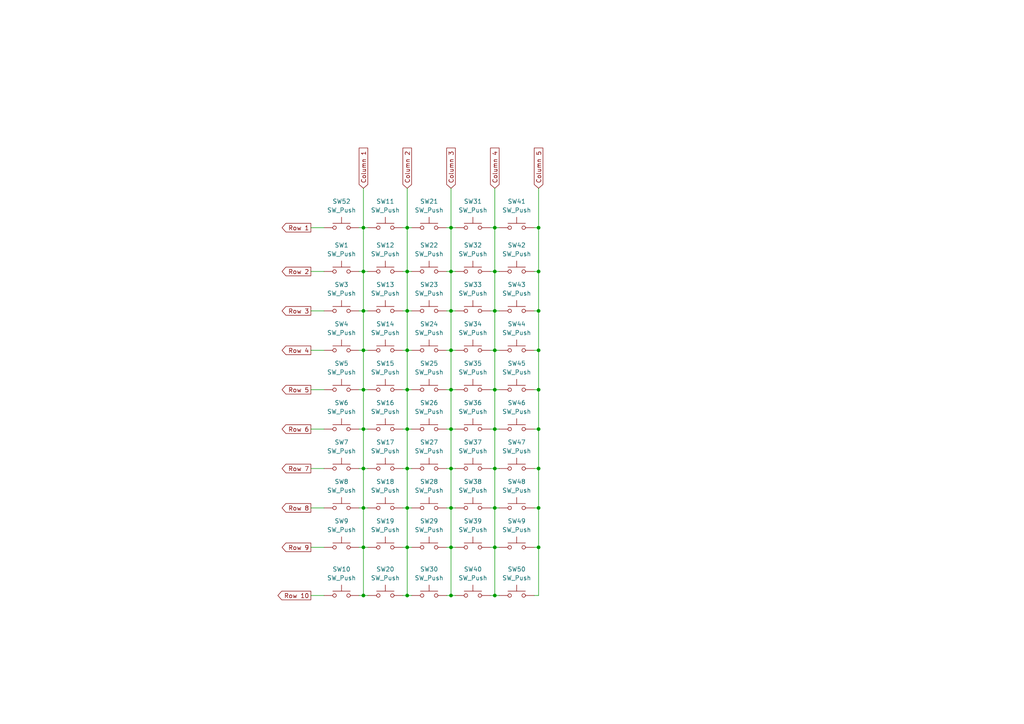
<source format=kicad_sch>
(kicad_sch (version 20250114) (generator "eeschema") (generator_version "9.0")
  (paper "A4")
  (lib_symbols
    (symbol "Switch:SW_Push" (pin_numbers (hide yes)) (pin_names (offset 1.016) (hide yes))
      (property "Reference" "SW" (at 1.27 2.54 0))
      (property "Value" "SW_Push" (at 0 -1.524 0))
      (symbol "SW_Push_0_1"
        (circle (center -2.032 0) (radius 0.508))
        (polyline (pts (xy 0 1.27) (xy 0 3.048)))
        (circle (center 2.032 0) (radius 0.508))
        (polyline (pts (xy 2.54 1.27) (xy -2.54 1.27)))
        (pin passive line (at -5.08 0 0) (length 2.54) (name "1") (number "1"))
        (pin passive line (at 5.08 0 180) (length 2.54) (name "2") (number "2"))
      )
    )
  )
  (junction (at 156.21 78.74))
  (junction (at 130.81 113.03))
  (junction (at 130.81 78.74))
  (junction (at 105.41 124.46))
  (junction (at 105.41 172.72))
  (junction (at 143.51 66.04))
  (junction (at 143.51 158.75))
  (junction (at 105.41 66.04))
  (junction (at 130.81 101.6))
  (junction (at 130.81 158.75))
  (junction (at 118.11 101.6))
  (junction (at 118.11 158.75))
  (junction (at 105.41 90.17))
  (junction (at 143.51 113.03))
  (junction (at 118.11 147.32))
  (junction (at 130.81 66.04))
  (junction (at 156.21 135.89))
  (junction (at 156.21 90.17))
  (junction (at 156.21 158.75))
  (junction (at 118.11 124.46))
  (junction (at 143.51 78.74))
  (junction (at 130.81 172.72))
  (junction (at 105.41 101.6))
  (junction (at 105.41 135.89))
  (junction (at 143.51 101.6))
  (junction (at 118.11 90.17))
  (junction (at 156.21 147.32))
  (junction (at 118.11 113.03))
  (junction (at 118.11 135.89))
  (junction (at 143.51 90.17))
  (junction (at 156.21 124.46))
  (junction (at 143.51 172.72))
  (junction (at 143.51 124.46))
  (junction (at 130.81 90.17))
  (junction (at 156.21 113.03))
  (junction (at 118.11 172.72))
  (junction (at 143.51 147.32))
  (junction (at 118.11 66.04))
  (junction (at 118.11 78.74))
  (junction (at 105.41 78.74))
  (junction (at 130.81 147.32))
  (junction (at 130.81 135.89))
  (junction (at 143.51 135.89))
  (junction (at 156.21 66.04))
  (junction (at 130.81 124.46))
  (junction (at 105.41 158.75))
  (junction (at 105.41 147.32))
  (junction (at 105.41 113.03))
  (junction (at 156.21 101.6))
  (wire (pts (xy 142.24 158.75) (xy 143.51 158.75)))
  (wire (pts (xy 129.54 147.32) (xy 130.81 147.32)))
  (wire (pts (xy 143.51 113.03) (xy 143.51 124.46)))
  (wire (pts (xy 118.11 78.74) (xy 118.11 90.17)))
  (wire (pts (xy 143.51 135.89) (xy 144.78 135.89)))
  (wire (pts (xy 116.84 78.74) (xy 118.11 78.74)))
  (wire (pts (xy 105.41 101.6) (xy 105.41 113.03)))
  (wire (pts (xy 156.21 172.72) (xy 154.94 172.72)))
  (wire (pts (xy 143.51 90.17) (xy 144.78 90.17)))
  (wire (pts (xy 118.11 101.6) (xy 119.38 101.6)))
  (wire (pts (xy 129.54 113.03) (xy 130.81 113.03)))
  (wire (pts (xy 118.11 135.89) (xy 119.38 135.89)))
  (wire (pts (xy 130.81 113.03) (xy 130.81 124.46)))
  (wire (pts (xy 156.21 90.17) (xy 156.21 101.6)))
  (wire (pts (xy 156.21 101.6) (xy 156.21 113.03)))
  (wire (pts (xy 90.17 90.17) (xy 93.98 90.17)))
  (wire (pts (xy 105.41 135.89) (xy 106.68 135.89)))
  (wire (pts (xy 105.41 147.32) (xy 106.68 147.32)))
  (wire (pts (xy 130.81 54.61) (xy 130.81 66.04)))
  (wire (pts (xy 116.84 66.04) (xy 118.11 66.04)))
  (wire (pts (xy 156.21 135.89) (xy 156.21 147.32)))
  (wire (pts (xy 105.41 66.04) (xy 106.68 66.04)))
  (wire (pts (xy 116.84 101.6) (xy 118.11 101.6)))
  (wire (pts (xy 105.41 124.46) (xy 105.41 135.89)))
  (wire (pts (xy 118.11 158.75) (xy 119.38 158.75)))
  (wire (pts (xy 143.51 158.75) (xy 143.51 172.72)))
  (wire (pts (xy 143.51 147.32) (xy 143.51 158.75)))
  (wire (pts (xy 156.21 54.61) (xy 156.21 66.04)))
  (wire (pts (xy 116.84 124.46) (xy 118.11 124.46)))
  (wire (pts (xy 90.17 158.75) (xy 93.98 158.75)))
  (wire (pts (xy 142.24 147.32) (xy 143.51 147.32)))
  (wire (pts (xy 118.11 66.04) (xy 118.11 78.74)))
  (wire (pts (xy 143.51 124.46) (xy 143.51 135.89)))
  (wire (pts (xy 116.84 90.17) (xy 118.11 90.17)))
  (wire (pts (xy 156.21 147.32) (xy 156.21 158.75)))
  (wire (pts (xy 156.21 124.46) (xy 156.21 135.89)))
  (wire (pts (xy 142.24 124.46) (xy 143.51 124.46)))
  (wire (pts (xy 130.81 101.6) (xy 130.81 113.03)))
  (wire (pts (xy 105.41 101.6) (xy 106.68 101.6)))
  (wire (pts (xy 104.14 66.04) (xy 105.41 66.04)))
  (wire (pts (xy 118.11 158.75) (xy 118.11 172.72)))
  (wire (pts (xy 129.54 158.75) (xy 130.81 158.75)))
  (wire (pts (xy 104.14 90.17) (xy 105.41 90.17)))
  (wire (pts (xy 143.51 113.03) (xy 144.78 113.03)))
  (wire (pts (xy 143.51 66.04) (xy 144.78 66.04)))
  (wire (pts (xy 105.41 113.03) (xy 105.41 124.46)))
  (wire (pts (xy 156.21 66.04) (xy 156.21 78.74)))
  (wire (pts (xy 118.11 172.72) (xy 119.38 172.72)))
  (wire (pts (xy 105.41 147.32) (xy 105.41 158.75)))
  (wire (pts (xy 156.21 158.75) (xy 154.94 158.75)))
  (wire (pts (xy 129.54 172.72) (xy 130.81 172.72)))
  (wire (pts (xy 130.81 113.03) (xy 132.08 113.03)))
  (wire (pts (xy 156.21 147.32) (xy 154.94 147.32)))
  (wire (pts (xy 105.41 135.89) (xy 105.41 147.32)))
  (wire (pts (xy 143.51 158.75) (xy 144.78 158.75)))
  (wire (pts (xy 143.51 78.74) (xy 144.78 78.74)))
  (wire (pts (xy 142.24 78.74) (xy 143.51 78.74)))
  (wire (pts (xy 143.51 66.04) (xy 143.51 78.74)))
  (wire (pts (xy 105.41 90.17) (xy 105.41 101.6)))
  (wire (pts (xy 116.84 113.03) (xy 118.11 113.03)))
  (wire (pts (xy 105.41 90.17) (xy 106.68 90.17)))
  (wire (pts (xy 142.24 135.89) (xy 143.51 135.89)))
  (wire (pts (xy 143.51 147.32) (xy 144.78 147.32)))
  (wire (pts (xy 156.21 113.03) (xy 156.21 124.46)))
  (wire (pts (xy 90.17 113.03) (xy 93.98 113.03)))
  (wire (pts (xy 104.14 113.03) (xy 105.41 113.03)))
  (wire (pts (xy 90.17 66.04) (xy 93.98 66.04)))
  (wire (pts (xy 118.11 135.89) (xy 118.11 147.32)))
  (wire (pts (xy 104.14 158.75) (xy 105.41 158.75)))
  (wire (pts (xy 130.81 66.04) (xy 130.81 78.74)))
  (wire (pts (xy 90.17 101.6) (xy 93.98 101.6)))
  (wire (pts (xy 118.11 78.74) (xy 119.38 78.74)))
  (wire (pts (xy 156.21 124.46) (xy 154.94 124.46)))
  (wire (pts (xy 90.17 147.32) (xy 93.98 147.32)))
  (wire (pts (xy 130.81 78.74) (xy 130.81 90.17)))
  (wire (pts (xy 142.24 90.17) (xy 143.51 90.17)))
  (wire (pts (xy 143.51 101.6) (xy 144.78 101.6)))
  (wire (pts (xy 129.54 66.04) (xy 130.81 66.04)))
  (wire (pts (xy 156.21 66.04) (xy 154.94 66.04)))
  (wire (pts (xy 130.81 135.89) (xy 130.81 147.32)))
  (wire (pts (xy 105.41 158.75) (xy 106.68 158.75)))
  (wire (pts (xy 105.41 78.74) (xy 105.41 90.17)))
  (wire (pts (xy 156.21 101.6) (xy 154.94 101.6)))
  (wire (pts (xy 104.14 135.89) (xy 105.41 135.89)))
  (wire (pts (xy 118.11 113.03) (xy 119.38 113.03)))
  (wire (pts (xy 105.41 66.04) (xy 105.41 78.74)))
  (wire (pts (xy 130.81 90.17) (xy 132.08 90.17)))
  (wire (pts (xy 118.11 66.04) (xy 119.38 66.04)))
  (wire (pts (xy 104.14 147.32) (xy 105.41 147.32)))
  (wire (pts (xy 116.84 172.72) (xy 118.11 172.72)))
  (wire (pts (xy 118.11 101.6) (xy 118.11 113.03)))
  (wire (pts (xy 105.41 124.46) (xy 106.68 124.46)))
  (wire (pts (xy 143.51 78.74) (xy 143.51 90.17)))
  (wire (pts (xy 156.21 78.74) (xy 156.21 90.17)))
  (wire (pts (xy 130.81 172.72) (xy 132.08 172.72)))
  (wire (pts (xy 130.81 101.6) (xy 132.08 101.6)))
  (wire (pts (xy 143.51 101.6) (xy 143.51 113.03)))
  (wire (pts (xy 118.11 90.17) (xy 119.38 90.17)))
  (wire (pts (xy 104.14 172.72) (xy 105.41 172.72)))
  (wire (pts (xy 142.24 113.03) (xy 143.51 113.03)))
  (wire (pts (xy 118.11 54.61) (xy 118.11 66.04)))
  (wire (pts (xy 104.14 78.74) (xy 105.41 78.74)))
  (wire (pts (xy 118.11 147.32) (xy 118.11 158.75)))
  (wire (pts (xy 143.51 124.46) (xy 144.78 124.46)))
  (wire (pts (xy 130.81 124.46) (xy 130.81 135.89)))
  (wire (pts (xy 129.54 135.89) (xy 130.81 135.89)))
  (wire (pts (xy 130.81 135.89) (xy 132.08 135.89)))
  (wire (pts (xy 130.81 147.32) (xy 130.81 158.75)))
  (wire (pts (xy 143.51 90.17) (xy 143.51 101.6)))
  (wire (pts (xy 118.11 113.03) (xy 118.11 124.46)))
  (wire (pts (xy 142.24 172.72) (xy 143.51 172.72)))
  (wire (pts (xy 129.54 78.74) (xy 130.81 78.74)))
  (wire (pts (xy 143.51 172.72) (xy 144.78 172.72)))
  (wire (pts (xy 130.81 124.46) (xy 132.08 124.46)))
  (wire (pts (xy 90.17 78.74) (xy 93.98 78.74)))
  (wire (pts (xy 105.41 54.61) (xy 105.41 66.04)))
  (wire (pts (xy 129.54 90.17) (xy 130.81 90.17)))
  (wire (pts (xy 130.81 78.74) (xy 132.08 78.74)))
  (wire (pts (xy 130.81 158.75) (xy 132.08 158.75)))
  (wire (pts (xy 90.17 124.46) (xy 93.98 124.46)))
  (wire (pts (xy 143.51 54.61) (xy 143.51 66.04)))
  (wire (pts (xy 118.11 147.32) (xy 119.38 147.32)))
  (wire (pts (xy 156.21 158.75) (xy 156.21 172.72)))
  (wire (pts (xy 116.84 135.89) (xy 118.11 135.89)))
  (wire (pts (xy 129.54 101.6) (xy 130.81 101.6)))
  (wire (pts (xy 90.17 135.89) (xy 93.98 135.89)))
  (wire (pts (xy 129.54 124.46) (xy 130.81 124.46)))
  (wire (pts (xy 90.17 172.72) (xy 93.98 172.72)))
  (wire (pts (xy 130.81 158.75) (xy 130.81 172.72)))
  (wire (pts (xy 130.81 66.04) (xy 132.08 66.04)))
  (wire (pts (xy 118.11 90.17) (xy 118.11 101.6)))
  (wire (pts (xy 143.51 135.89) (xy 143.51 147.32)))
  (wire (pts (xy 142.24 66.04) (xy 143.51 66.04)))
  (wire (pts (xy 105.41 172.72) (xy 106.68 172.72)))
  (wire (pts (xy 104.14 101.6) (xy 105.41 101.6)))
  (wire (pts (xy 105.41 158.75) (xy 105.41 172.72)))
  (wire (pts (xy 118.11 124.46) (xy 118.11 135.89)))
  (wire (pts (xy 142.24 101.6) (xy 143.51 101.6)))
  (wire (pts (xy 156.21 78.74) (xy 154.94 78.74)))
  (wire (pts (xy 156.21 90.17) (xy 154.94 90.17)))
  (wire (pts (xy 104.14 124.46) (xy 105.41 124.46)))
  (wire (pts (xy 130.81 147.32) (xy 132.08 147.32)))
  (wire (pts (xy 116.84 147.32) (xy 118.11 147.32)))
  (wire (pts (xy 156.21 113.03) (xy 154.94 113.03)))
  (wire (pts (xy 118.11 124.46) (xy 119.38 124.46)))
  (wire (pts (xy 156.21 135.89) (xy 154.94 135.89)))
  (wire (pts (xy 105.41 113.03) (xy 106.68 113.03)))
  (wire (pts (xy 105.41 78.74) (xy 106.68 78.74)))
  (wire (pts (xy 130.81 90.17) (xy 130.81 101.6)))
  (wire (pts (xy 116.84 158.75) (xy 118.11 158.75)))
  (global_label "Column 3" (shape input) (at 130.81 54.61 90) (property "Intersheetrefs" "${INTERSHEET_REFS}" (effects (hide yes))))
  (global_label "Row 3" (shape output) (at 90.17 90.17 180) (property "Intersheetrefs" "${INTERSHEET_REFS}" (effects (hide yes))))
  (global_label "Column 5" (shape input) (at 156.21 54.61 90) (property "Intersheetrefs" "${INTERSHEET_REFS}" (effects (hide yes))))
  (global_label "Row 1" (shape output) (at 90.17 66.04 180) (property "Intersheetrefs" "${INTERSHEET_REFS}" (effects (hide yes))))
  (global_label "Row 8" (shape output) (at 90.17 147.32 180) (property "Intersheetrefs" "${INTERSHEET_REFS}" (effects (hide yes))))
  (global_label "Row 9" (shape output) (at 90.17 158.75 180) (property "Intersheetrefs" "${INTERSHEET_REFS}" (effects (hide yes))))
  (global_label "Row 7" (shape output) (at 90.17 135.89 180) (property "Intersheetrefs" "${INTERSHEET_REFS}" (effects (hide yes))))
  (global_label "Column 1" (shape input) (at 105.41 54.61 90) (property "Intersheetrefs" "${INTERSHEET_REFS}" (effects (hide yes))))
  (global_label "Row 10" (shape output) (at 90.17 172.72 180) (property "Intersheetrefs" "${INTERSHEET_REFS}" (effects (hide yes))))
  (global_label "Column 4" (shape input) (at 143.51 54.61 90) (property "Intersheetrefs" "${INTERSHEET_REFS}" (effects (hide yes))))
  (global_label "Row 4" (shape output) (at 90.17 101.6 180) (property "Intersheetrefs" "${INTERSHEET_REFS}" (effects (hide yes))))
  (global_label "Row 6" (shape output) (at 90.17 124.46 180) (property "Intersheetrefs" "${INTERSHEET_REFS}" (effects (hide yes))))
  (global_label "Row 5" (shape output) (at 90.17 113.03 180) (property "Intersheetrefs" "${INTERSHEET_REFS}" (effects (hide yes))))
  (global_label "Column 2" (shape input) (at 118.11 54.61 90) (property "Intersheetrefs" "${INTERSHEET_REFS}" (effects (hide yes))))
  (global_label "Row 2" (shape output) (at 90.17 78.74 180) (property "Intersheetrefs" "${INTERSHEET_REFS}" (effects (hide yes))))
  (symbol (lib_id "Switch:SW_Push") (at 111.76 90.17 0) (unit 1)
    (property "Reference" "SW13" (at 111.76 82.55 0))
    (property "Value" "SW_Push" (at 111.76 85.09 0))
    (property "Footprint" "Button_Switch_SMD:SW_SPST_TL3342" (effects (hide yes)))
    (property "Description" "Push button switch, generic, two pins" (effects (hide yes)))
  )
  (symbol (lib_id "Switch:SW_Push") (at 124.46 78.74 0) (unit 1)
    (property "Reference" "SW22" (at 124.46 71.12 0))
    (property "Value" "SW_Push" (at 124.46 73.66 0))
    (property "Footprint" "Button_Switch_SMD:SW_SPST_TL3342" (effects (hide yes)))
    (property "Description" "Push button switch, generic, two pins" (effects (hide yes)))
  )
  (symbol (lib_id "Switch:SW_Push") (at 124.46 90.17 0) (unit 1)
    (property "Reference" "SW23" (at 124.46 82.55 0))
    (property "Value" "SW_Push" (at 124.46 85.09 0))
    (property "Footprint" "Button_Switch_SMD:SW_SPST_TL3342" (effects (hide yes)))
    (property "Description" "Push button switch, generic, two pins" (effects (hide yes)))
  )
  (symbol (lib_id "Switch:SW_Push") (at 137.16 158.75 0) (unit 1)
    (property "Reference" "SW39" (at 137.16 151.13 0))
    (property "Value" "SW_Push" (at 137.16 153.67 0))
    (property "Footprint" "Button_Switch_SMD:SW_SPST_TL3342" (effects (hide yes)))
    (property "Description" "Push button switch, generic, two pins" (effects (hide yes)))
  )
  (symbol (lib_id "Switch:SW_Push") (at 99.06 90.17 0) (unit 1)
    (property "Reference" "SW3" (at 99.06 82.55 0))
    (property "Value" "SW_Push" (at 99.06 85.09 0))
    (property "Footprint" "Button_Switch_SMD:SW_SPST_TL3342" (effects (hide yes)))
    (property "Description" "Push button switch, generic, two pins" (effects (hide yes)))
  )
  (symbol (lib_id "Switch:SW_Push") (at 124.46 66.04 0) (unit 1)
    (property "Reference" "SW21" (at 124.46 58.42 0))
    (property "Value" "SW_Push" (at 124.46 60.96 0))
    (property "Footprint" "Button_Switch_SMD:SW_SPST_TL3342" (effects (hide yes)))
    (property "Description" "Push button switch, generic, two pins" (effects (hide yes)))
  )
  (symbol (lib_id "Switch:SW_Push") (at 99.06 135.89 0) (unit 1)
    (property "Reference" "SW7" (at 99.06 128.27 0))
    (property "Value" "SW_Push" (at 99.06 130.81 0))
    (property "Footprint" "Button_Switch_SMD:SW_SPST_TL3342" (effects (hide yes)))
    (property "Description" "Push button switch, generic, two pins" (effects (hide yes)))
  )
  (symbol (lib_id "Switch:SW_Push") (at 137.16 66.04 0) (unit 1)
    (property "Reference" "SW31" (at 137.16 58.42 0))
    (property "Value" "SW_Push" (at 137.16 60.96 0))
    (property "Footprint" "Button_Switch_SMD:SW_SPST_TL3342" (effects (hide yes)))
    (property "Description" "Push button switch, generic, two pins" (effects (hide yes)))
  )
  (symbol (lib_id "Switch:SW_Push") (at 111.76 101.6 0) (unit 1)
    (property "Reference" "SW14" (at 111.76 93.98 0))
    (property "Value" "SW_Push" (at 111.76 96.52 0))
    (property "Footprint" "Button_Switch_SMD:SW_SPST_TL3342" (effects (hide yes)))
    (property "Description" "Push button switch, generic, two pins" (effects (hide yes)))
  )
  (symbol (lib_id "Switch:SW_Push") (at 99.06 124.46 0) (unit 1)
    (property "Reference" "SW6" (at 99.06 116.84 0))
    (property "Value" "SW_Push" (at 99.06 119.38 0))
    (property "Footprint" "Button_Switch_SMD:SW_SPST_TL3342" (effects (hide yes)))
    (property "Description" "Push button switch, generic, two pins" (effects (hide yes)))
  )
  (symbol (lib_id "Switch:SW_Push") (at 99.06 172.72 0) (unit 1)
    (property "Reference" "SW10" (at 99.06 165.1 0))
    (property "Value" "SW_Push" (at 99.06 167.64 0))
    (property "Footprint" "Button_Switch_SMD:SW_SPST_TL3342" (effects (hide yes)))
    (property "Description" "Push button switch, generic, two pins" (effects (hide yes)))
  )
  (symbol (lib_id "Switch:SW_Push") (at 137.16 124.46 0) (unit 1)
    (property "Reference" "SW36" (at 137.16 116.84 0))
    (property "Value" "SW_Push" (at 137.16 119.38 0))
    (property "Footprint" "Button_Switch_SMD:SW_SPST_TL3342" (effects (hide yes)))
    (property "Description" "Push button switch, generic, two pins" (effects (hide yes)))
  )
  (symbol (lib_id "Switch:SW_Push") (at 111.76 78.74 0) (unit 1)
    (property "Reference" "SW12" (at 111.76 71.12 0))
    (property "Value" "SW_Push" (at 111.76 73.66 0))
    (property "Footprint" "Button_Switch_SMD:SW_SPST_TL3342" (effects (hide yes)))
    (property "Description" "Push button switch, generic, two pins" (effects (hide yes)))
  )
  (symbol (lib_id "Switch:SW_Push") (at 149.86 90.17 0) (unit 1)
    (property "Reference" "SW43" (at 149.86 82.55 0))
    (property "Value" "SW_Push" (at 149.86 85.09 0))
    (property "Footprint" "Button_Switch_SMD:SW_SPST_TL3342" (effects (hide yes)))
    (property "Description" "Push button switch, generic, two pins" (effects (hide yes)))
  )
  (symbol (lib_id "Switch:SW_Push") (at 137.16 78.74 0) (unit 1)
    (property "Reference" "SW32" (at 137.16 71.12 0))
    (property "Value" "SW_Push" (at 137.16 73.66 0))
    (property "Footprint" "Button_Switch_SMD:SW_SPST_TL3342" (effects (hide yes)))
    (property "Description" "Push button switch, generic, two pins" (effects (hide yes)))
  )
  (symbol (lib_id "Switch:SW_Push") (at 137.16 147.32 0) (unit 1)
    (property "Reference" "SW38" (at 137.16 139.7 0))
    (property "Value" "SW_Push" (at 137.16 142.24 0))
    (property "Footprint" "Button_Switch_SMD:SW_SPST_TL3342" (effects (hide yes)))
    (property "Description" "Push button switch, generic, two pins" (effects (hide yes)))
  )
  (symbol (lib_id "Switch:SW_Push") (at 99.06 78.74 0) (unit 1)
    (property "Reference" "SW1" (at 99.06 71.12 0))
    (property "Value" "SW_Push" (at 99.06 73.66 0))
    (property "Footprint" "Button_Switch_SMD:SW_SPST_TL3342" (effects (hide yes)))
    (property "Description" "Push button switch, generic, two pins" (effects (hide yes)))
  )
  (symbol (lib_id "Switch:SW_Push") (at 111.76 135.89 0) (unit 1)
    (property "Reference" "SW17" (at 111.76 128.27 0))
    (property "Value" "SW_Push" (at 111.76 130.81 0))
    (property "Footprint" "Button_Switch_SMD:SW_SPST_TL3342" (effects (hide yes)))
    (property "Description" "Push button switch, generic, two pins" (effects (hide yes)))
  )
  (symbol (lib_id "Switch:SW_Push") (at 149.86 135.89 0) (unit 1)
    (property "Reference" "SW47" (at 149.86 128.27 0))
    (property "Value" "SW_Push" (at 149.86 130.81 0))
    (property "Footprint" "Button_Switch_SMD:SW_SPST_TL3342" (effects (hide yes)))
    (property "Description" "Push button switch, generic, two pins" (effects (hide yes)))
  )
  (symbol (lib_id "Switch:SW_Push") (at 124.46 101.6 0) (unit 1)
    (property "Reference" "SW24" (at 124.46 93.98 0))
    (property "Value" "SW_Push" (at 124.46 96.52 0))
    (property "Footprint" "Button_Switch_SMD:SW_SPST_TL3342" (effects (hide yes)))
    (property "Description" "Push button switch, generic, two pins" (effects (hide yes)))
  )
  (symbol (lib_id "Switch:SW_Push") (at 149.86 124.46 0) (unit 1)
    (property "Reference" "SW46" (at 149.86 116.84 0))
    (property "Value" "SW_Push" (at 149.86 119.38 0))
    (property "Footprint" "Button_Switch_SMD:SW_SPST_TL3342" (effects (hide yes)))
    (property "Description" "Push button switch, generic, two pins" (effects (hide yes)))
  )
  (symbol (lib_id "Switch:SW_Push") (at 149.86 147.32 0) (unit 1)
    (property "Reference" "SW48" (at 149.86 139.7 0))
    (property "Value" "SW_Push" (at 149.86 142.24 0))
    (property "Footprint" "Button_Switch_SMD:SW_SPST_TL3342" (effects (hide yes)))
    (property "Description" "Push button switch, generic, two pins" (effects (hide yes)))
  )
  (symbol (lib_id "Switch:SW_Push") (at 124.46 158.75 0) (unit 1)
    (property "Reference" "SW29" (at 124.46 151.13 0))
    (property "Value" "SW_Push" (at 124.46 153.67 0))
    (property "Footprint" "Button_Switch_SMD:SW_SPST_TL3342" (effects (hide yes)))
    (property "Description" "Push button switch, generic, two pins" (effects (hide yes)))
  )
  (symbol (lib_id "Switch:SW_Push") (at 149.86 113.03 0) (unit 1)
    (property "Reference" "SW45" (at 149.86 105.41 0))
    (property "Value" "SW_Push" (at 149.86 107.95 0))
    (property "Footprint" "Button_Switch_SMD:SW_SPST_TL3342" (effects (hide yes)))
    (property "Description" "Push button switch, generic, two pins" (effects (hide yes)))
  )
  (symbol (lib_id "Switch:SW_Push") (at 111.76 158.75 0) (unit 1)
    (property "Reference" "SW19" (at 111.76 151.13 0))
    (property "Value" "SW_Push" (at 111.76 153.67 0))
    (property "Footprint" "Button_Switch_SMD:SW_SPST_TL3342" (effects (hide yes)))
    (property "Description" "Push button switch, generic, two pins" (effects (hide yes)))
  )
  (symbol (lib_id "Switch:SW_Push") (at 137.16 135.89 0) (unit 1)
    (property "Reference" "SW37" (at 137.16 128.27 0))
    (property "Value" "SW_Push" (at 137.16 130.81 0))
    (property "Footprint" "Button_Switch_SMD:SW_SPST_TL3342" (effects (hide yes)))
    (property "Description" "Push button switch, generic, two pins" (effects (hide yes)))
  )
  (symbol (lib_id "Switch:SW_Push") (at 99.06 101.6 0) (unit 1)
    (property "Reference" "SW4" (at 99.06 93.98 0))
    (property "Value" "SW_Push" (at 99.06 96.52 0))
    (property "Footprint" "Button_Switch_SMD:SW_SPST_TL3342" (effects (hide yes)))
    (property "Description" "Push button switch, generic, two pins" (effects (hide yes)))
  )
  (symbol (lib_id "Switch:SW_Push") (at 124.46 113.03 0) (unit 1)
    (property "Reference" "SW25" (at 124.46 105.41 0))
    (property "Value" "SW_Push" (at 124.46 107.95 0))
    (property "Footprint" "Button_Switch_SMD:SW_SPST_TL3342" (effects (hide yes)))
    (property "Description" "Push button switch, generic, two pins" (effects (hide yes)))
  )
  (symbol (lib_id "Switch:SW_Push") (at 99.06 158.75 0) (unit 1)
    (property "Reference" "SW9" (at 99.06 151.13 0))
    (property "Value" "SW_Push" (at 99.06 153.67 0))
    (property "Footprint" "Button_Switch_SMD:SW_SPST_TL3342" (effects (hide yes)))
    (property "Description" "Push button switch, generic, two pins" (effects (hide yes)))
  )
  (symbol (lib_id "Switch:SW_Push") (at 149.86 172.72 0) (unit 1)
    (property "Reference" "SW50" (at 149.86 165.1 0))
    (property "Value" "SW_Push" (at 149.86 167.64 0))
    (property "Footprint" "Button_Switch_SMD:SW_SPST_TL3342" (effects (hide yes)))
    (property "Description" "Push button switch, generic, two pins" (effects (hide yes)))
  )
  (symbol (lib_id "Switch:SW_Push") (at 124.46 135.89 0) (unit 1)
    (property "Reference" "SW27" (at 124.46 128.27 0))
    (property "Value" "SW_Push" (at 124.46 130.81 0))
    (property "Footprint" "Button_Switch_SMD:SW_SPST_TL3342" (effects (hide yes)))
    (property "Description" "Push button switch, generic, two pins" (effects (hide yes)))
  )
  (symbol (lib_id "Switch:SW_Push") (at 124.46 147.32 0) (unit 1)
    (property "Reference" "SW28" (at 124.46 139.7 0))
    (property "Value" "SW_Push" (at 124.46 142.24 0))
    (property "Footprint" "Button_Switch_SMD:SW_SPST_TL3342" (effects (hide yes)))
    (property "Description" "Push button switch, generic, two pins" (effects (hide yes)))
  )
  (symbol (lib_id "Switch:SW_Push") (at 111.76 147.32 0) (unit 1)
    (property "Reference" "SW18" (at 111.76 139.7 0))
    (property "Value" "SW_Push" (at 111.76 142.24 0))
    (property "Footprint" "Button_Switch_SMD:SW_SPST_TL3342" (effects (hide yes)))
    (property "Description" "Push button switch, generic, two pins" (effects (hide yes)))
  )
  (symbol (lib_id "Switch:SW_Push") (at 111.76 113.03 0) (unit 1)
    (property "Reference" "SW15" (at 111.76 105.41 0))
    (property "Value" "SW_Push" (at 111.76 107.95 0))
    (property "Footprint" "Button_Switch_SMD:SW_SPST_TL3342" (effects (hide yes)))
    (property "Description" "Push button switch, generic, two pins" (effects (hide yes)))
  )
  (symbol (lib_id "Switch:SW_Push") (at 111.76 172.72 0) (unit 1)
    (property "Reference" "SW20" (at 111.76 165.1 0))
    (property "Value" "SW_Push" (at 111.76 167.64 0))
    (property "Footprint" "Button_Switch_SMD:SW_SPST_TL3342" (effects (hide yes)))
    (property "Description" "Push button switch, generic, two pins" (effects (hide yes)))
  )
  (symbol (lib_id "Switch:SW_Push") (at 149.86 78.74 0) (unit 1)
    (property "Reference" "SW42" (at 149.86 71.12 0))
    (property "Value" "SW_Push" (at 149.86 73.66 0))
    (property "Footprint" "Button_Switch_SMD:SW_SPST_TL3342" (effects (hide yes)))
    (property "Description" "Push button switch, generic, two pins" (effects (hide yes)))
  )
  (symbol (lib_id "Switch:SW_Push") (at 124.46 124.46 0) (unit 1)
    (property "Reference" "SW26" (at 124.46 116.84 0))
    (property "Value" "SW_Push" (at 124.46 119.38 0))
    (property "Footprint" "Button_Switch_SMD:SW_SPST_TL3342" (effects (hide yes)))
    (property "Description" "Push button switch, generic, two pins" (effects (hide yes)))
  )
  (symbol (lib_id "Switch:SW_Push") (at 99.06 113.03 0) (unit 1)
    (property "Reference" "SW5" (at 99.06 105.41 0))
    (property "Value" "SW_Push" (at 99.06 107.95 0))
    (property "Footprint" "Button_Switch_SMD:SW_SPST_TL3342" (effects (hide yes)))
    (property "Description" "Push button switch, generic, two pins" (effects (hide yes)))
  )
  (symbol (lib_id "Switch:SW_Push") (at 99.06 147.32 0) (unit 1)
    (property "Reference" "SW8" (at 99.06 139.7 0))
    (property "Value" "SW_Push" (at 99.06 142.24 0))
    (property "Footprint" "Button_Switch_SMD:SW_SPST_TL3342" (effects (hide yes)))
    (property "Description" "Push button switch, generic, two pins" (effects (hide yes)))
  )
  (symbol (lib_id "Switch:SW_Push") (at 137.16 113.03 0) (unit 1)
    (property "Reference" "SW35" (at 137.16 105.41 0))
    (property "Value" "SW_Push" (at 137.16 107.95 0))
    (property "Footprint" "Button_Switch_SMD:SW_SPST_TL3342" (effects (hide yes)))
    (property "Description" "Push button switch, generic, two pins" (effects (hide yes)))
  )
  (symbol (lib_id "Switch:SW_Push") (at 149.86 158.75 0) (unit 1)
    (property "Reference" "SW49" (at 149.86 151.13 0))
    (property "Value" "SW_Push" (at 149.86 153.67 0))
    (property "Footprint" "Button_Switch_SMD:SW_SPST_TL3342" (effects (hide yes)))
    (property "Description" "Push button switch, generic, two pins" (effects (hide yes)))
  )
  (symbol (lib_id "Switch:SW_Push") (at 111.76 66.04 0) (unit 1)
    (property "Reference" "SW11" (at 111.76 58.42 0))
    (property "Value" "SW_Push" (at 111.76 60.96 0))
    (property "Footprint" "Button_Switch_SMD:SW_SPST_TL3342" (effects (hide yes)))
    (property "Description" "Push button switch, generic, two pins" (effects (hide yes)))
  )
  (symbol (lib_id "Switch:SW_Push") (at 124.46 172.72 0) (unit 1)
    (property "Reference" "SW30" (at 124.46 165.1 0))
    (property "Value" "SW_Push" (at 124.46 167.64 0))
    (property "Footprint" "Button_Switch_SMD:SW_SPST_TL3342" (effects (hide yes)))
    (property "Description" "Push button switch, generic, two pins" (effects (hide yes)))
  )
  (symbol (lib_id "Switch:SW_Push") (at 137.16 90.17 0) (unit 1)
    (property "Reference" "SW33" (at 137.16 82.55 0))
    (property "Value" "SW_Push" (at 137.16 85.09 0))
    (property "Footprint" "Button_Switch_SMD:SW_SPST_TL3342" (effects (hide yes)))
    (property "Description" "Push button switch, generic, two pins" (effects (hide yes)))
  )
  (symbol (lib_id "Switch:SW_Push") (at 111.76 124.46 0) (unit 1)
    (property "Reference" "SW16" (at 111.76 116.84 0))
    (property "Value" "SW_Push" (at 111.76 119.38 0))
    (property "Footprint" "Button_Switch_SMD:SW_SPST_TL3342" (effects (hide yes)))
    (property "Description" "Push button switch, generic, two pins" (effects (hide yes)))
  )
  (symbol (lib_id "Switch:SW_Push") (at 137.16 101.6 0) (unit 1)
    (property "Reference" "SW34" (at 137.16 93.98 0))
    (property "Value" "SW_Push" (at 137.16 96.52 0))
    (property "Footprint" "Button_Switch_SMD:SW_SPST_TL3342" (effects (hide yes)))
    (property "Description" "Push button switch, generic, two pins" (effects (hide yes)))
  )
  (symbol (lib_id "Switch:SW_Push") (at 137.16 172.72 0) (unit 1)
    (property "Reference" "SW40" (at 137.16 165.1 0))
    (property "Value" "SW_Push" (at 137.16 167.64 0))
    (property "Footprint" "Button_Switch_SMD:SW_SPST_TL3342" (effects (hide yes)))
    (property "Description" "Push button switch, generic, two pins" (effects (hide yes)))
  )
  (symbol (lib_id "Switch:SW_Push") (at 99.06 66.04 0) (unit 1)
    (property "Reference" "SW52" (at 99.06 58.42 0))
    (property "Value" "SW_Push" (at 99.06 60.96 0))
    (property "Footprint" "Button_Switch_SMD:SW_SPST_TL3342" (effects (hide yes)))
    (property "Description" "Push button switch, generic, two pins" (effects (hide yes)))
  )
  (symbol (lib_id "Switch:SW_Push") (at 149.86 101.6 0) (unit 1)
    (property "Reference" "SW44" (at 149.86 93.98 0))
    (property "Value" "SW_Push" (at 149.86 96.52 0))
    (property "Footprint" "Button_Switch_SMD:SW_SPST_TL3342" (effects (hide yes)))
    (property "Description" "Push button switch, generic, two pins" (effects (hide yes)))
  )
  (symbol (lib_id "Switch:SW_Push") (at 149.86 66.04 0) (unit 1)
    (property "Reference" "SW41" (at 149.86 58.42 0))
    (property "Value" "SW_Push" (at 149.86 60.96 0))
    (property "Footprint" "Button_Switch_SMD:SW_SPST_TL3342" (effects (hide yes)))
    (property "Description" "Push button switch, generic, two pins" (effects (hide yes)))
  )
)
</source>
